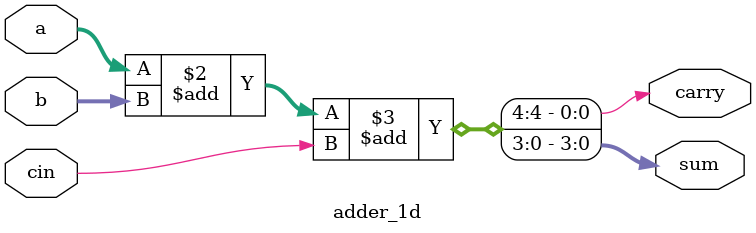
<source format=sv>

module adder_1d(a,b,cin, sum, carry);

  input [3:0]a;
  input [3:0]b;
  input cin;
  output reg [3:0]sum;
  output reg      carry;

always_comb 
begin 

  {carry,sum} = a + b + cin;

end
endmodule

</source>
